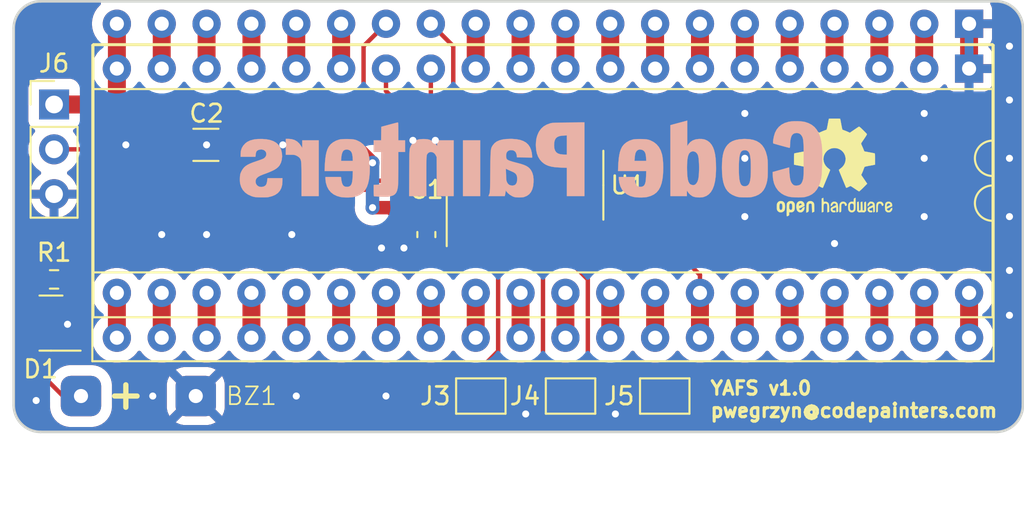
<source format=kicad_pcb>
(kicad_pcb (version 20221018) (generator pcbnew)
  (layers (0 "F.Cu" signal) (31 "B.Cu" signal) (34 "B.Paste" user) (35 "F.Paste" user) (36 "B.SilkS" user "B.Silkscreen") (37 "F.SilkS" user "F.Silkscreen") (38 "B.Mask" user) (39 "F.Mask" user) (44 "Edge.Cuts" user))
  (net 0 "")
  (net 1 "GND")
  (net 2 "VCC")
  (net 3 "/P2")
  (net 4 "/P3")
  (net 5 "/P4")
  (net 6 "/P5")
  (net 7 "/P6")
  (net 8 "/P7")
  (net 9 "/P8")
  (net 10 "/P9")
  (net 11 "/P10")
  (net 12 "/P11")
  (net 13 "/P12")
  (net 14 "/P15")
  (net 15 "/P16")
  (net 16 "/P17")
  (net 17 "/P18")
  (net 18 "/P19")
  (net 19 "/P21")
  (net 20 "/P22")
  (net 21 "/P23")
  (net 22 "/P24")
  (net 23 "/P25")
  (net 24 "/P26")
  (net 25 "/P27")
  (net 26 "/P28")
  (net 27 "/P29")
  (net 28 "/P30")
  (net 29 "/P31")
  (net 30 "/P32")
  (net 31 "/P33")
  (net 32 "/~{RES}")
  (net 33 "/P35")
  (net 34 "/P36")
  (net 35 "/P37")
  (net 36 "/P38")
  (net 37 "/P39")
  (net 38 "/P40")
  (net 39 "/BZR")
  (net 40 "/CFG1")
  (net 41 "/CFG2")
  (net 42 "/CFG3")
  (net 43 "/UPDI")
  (net 45 "Net-(BZ1--)")
  (net 46 "/SEL0_OUT")
  (net 47 "/SEL1_OUT")
  (net 48 "/SEL0_IN")
  (net 49 "/SEL1_IN")
  (footprint "Package_DIP:DIP-40_W15.24mm" (layer "F.Cu") (at 120.904 97.79 -90)
    (fp_text reference "J1" hide)
    (fp_text value "Pins")
    (pad "1" thru_hole rect (at 0 0 270) (size 1.6 1.6) (drill 0.8) (layers "*.Cu" "*.Mask") (net 1 "GND"))
    (pad "2" thru_hole oval (at 0 2.54 270) (size 1.6 1.6) (drill 0.8) (layers "*.Cu" "*.Mask") (net 3 "/P2"))
    (pad "3" thru_hole oval (at 0 5.08 270) (size 1.6 1.6) (drill 0.8) (layers "*.Cu" "*.Mask") (net 4 "/P3"))
    (pad "4" thru_hole oval (at 0 7.62 270) (size 1.6 1.6) (drill 0.8) (layers "*.Cu" "*.Mask") (net 5 "/P4"))
    (pad "5" thru_hole oval (at 0 10.16 270) (size 1.6 1.6) (drill 0.8) (layers "*.Cu" "*.Mask") (net 6 "/P5"))
    (pad "6" thru_hole oval (at 0 12.7 270) (size 1.6 1.6) (drill 0.8) (layers "*.Cu" "*.Mask") (net 7 "/P6"))
    (pad "7" thru_hole oval (at 0 15.24 270) (size 1.6 1.6) (drill 0.8) (layers "*.Cu" "*.Mask") (net 8 "/P7"))
    (pad "8" thru_hole oval (at 0 17.78 270) (size 1.6 1.6) (drill 0.8) (layers "*.Cu" "*.Mask") (net 9 "/P8"))
    (pad "9" thru_hole oval (at 0 20.32 270) (size 1.6 1.6) (drill 0.8) (layers "*.Cu" "*.Mask") (net 10 "/P9"))
    (pad "10" thru_hole oval (at 0 22.86 270) (size 1.6 1.6) (drill 0.8) (layers "*.Cu" "*.Mask") (net 11 "/P10"))
    (pad "11" thru_hole oval (at 0 25.4 270) (size 1.6 1.6) (drill 0.8) (layers "*.Cu" "*.Mask") (net 12 "/P11"))
    (pad "12" thru_hole oval (at 0 27.94 270) (size 1.6 1.6) (drill 0.8) (layers "*.Cu" "*.Mask") (net 13 "/P12"))
    (pad "13" thru_hole oval (at 0 30.48 270) (size 1.6 1.6) (drill 0.8) (layers "*.Cu" "*.Mask") (net 46 "/SEL0_OUT"))
    (pad "14" thru_hole oval (at 0 33.02 270) (size 1.6 1.6) (drill 0.8) (layers "*.Cu" "*.Mask") (net 47 "/SEL1_OUT"))
    (pad "15" thru_hole oval (at 0 35.56 270) (size 1.6 1.6) (drill 0.8) (layers "*.Cu" "*.Mask") (net 14 "/P15"))
    (pad "16" thru_hole oval (at 0 38.1 270) (size 1.6 1.6) (drill 0.8) (layers "*.Cu" "*.Mask") (net 15 "/P16"))
    (pad "17" thru_hole oval (at 0 40.64 270) (size 1.6 1.6) (drill 0.8) (layers "*.Cu" "*.Mask") (net 16 "/P17"))
    (pad "18" thru_hole oval (at 0 43.18 270) (size 1.6 1.6) (drill 0.8) (layers "*.Cu" "*.Mask") (net 17 "/P18"))
    (pad "19" thru_hole oval (at 0 45.72 270) (size 1.6 1.6) (drill 0.8) (layers "*.Cu" "*.Mask") (net 18 "/P19"))
    (pad "20" thru_hole oval (at 0 48.26 270) (size 1.6 1.6) (drill 0.8) (layers "*.Cu" "*.Mask") (net 2 "VCC"))
    (pad "21" thru_hole oval (at 15.24 48.26 270) (size 1.6 1.6) (drill 0.8) (layers "*.Cu" "*.Mask") (net 19 "/P21"))
    (pad "22" thru_hole oval (at 15.24 45.72 270) (size 1.6 1.6) (drill 0.8) (layers "*.Cu" "*.Mask") (net 20 "/P22"))
    (pad "23" thru_hole oval (at 15.24 43.18 270) (size 1.6 1.6) (drill 0.8) (layers "*.Cu" "*.Mask") (net 21 "/P23"))
    (pad "24" thru_hole oval (at 15.24 40.64 270) (size 1.6 1.6) (drill 0.8) (layers "*.Cu" "*.Mask") (net 22 "/P24"))
    (pad "25" thru_hole oval (at 15.24 38.1 270) (size 1.6 1.6) (drill 0.8) (layers "*.Cu" "*.Mask") (net 23 "/P25"))
    (pad "26" thru_hole oval (at 15.24 35.56 270) (size 1.6 1.6) (drill 0.8) (layers "*.Cu" "*.Mask") (net 24 "/P26"))
    (pad "27" thru_hole oval (at 15.24 33.02 270) (size 1.6 1.6) (drill 0.8) (layers "*.Cu" "*.Mask") (net 25 "/P27"))
    (pad "28" thru_hole oval (at 15.24 30.48 270) (size 1.6 1.6) (drill 0.8) (layers "*.Cu" "*.Mask") (net 26 "/P28"))
    (pad "29" thru_hole oval (at 15.24 27.94 270) (size 1.6 1.6) (drill 0.8) (layers "*.Cu" "*.Mask") (net 27 "/P29"))
    (pad "30" thru_hole oval (at 15.24 25.4 270) (size 1.6 1.6) (drill 0.8) (layers "*.Cu" "*.Mask") (net 28 "/P30"))
    (pad "31" thru_hole oval (at 15.24 22.86 270) (size 1.6 1.6) (drill 0.8) (layers "*.Cu" "*.Mask") (net 29 "/P31"))
    (pad "32" thru_hole oval (at 15.24 20.32 270) (size 1.6 1.6) (drill 0.8) (layers "*.Cu" "*.Mask") (net 30 "/P32"))
    (pad "33" thru_hole oval (at 15.24 17.78 270) (size 1.6 1.6) (drill 0.8) (layers "*.Cu" "*.Mask") (net 31 "/P33"))
    (pad "34" thru_hole oval (at 15.24 15.24 270) (size 1.6 1.6) (drill 0.8) (layers "*.Cu" "*.Mask") (net 32 "/~{RES}"))
    (pad "35" thru_hole oval (at 15.24 12.7 270) (size 1.6 1.6) (drill 0.8) (layers "*.Cu" "*.Mask") (net 33 "/P35"))
    (pad "36" thru_hole oval (at 15.24 10.16 270) (size 1.6 1.6) (drill 0.8) (layers "*.Cu" "*.Mask") (net 34 "/P36"))
    (pad "37" thru_hole oval (at 15.24 7.62 270) (size 1.6 1.6) (drill 0.8) (layers "*.Cu" "*.Mask") (net 35 "/P37"))
    (pad "38" thru_hole oval (at 15.24 5.08 270) (size 1.6 1.6) (drill 0.8) (layers "*.Cu" "*.Mask") (net 36 "/P38"))
    (pad "39" thru_hole oval (at 15.24 2.54 270) (size 1.6 1.6) (drill 0.8) (layers "*.Cu" "*.Mask") (net 37 "/P39"))
    (pad "40" thru_hole oval (at 15.24 0 270) (size 1.6 1.6) (drill 0.8) (layers "*.Cu" "*.Mask") (net 38 "/P40"))
  )
  (footprint "Capacitor_SMD:C_1206_3216Metric_Pad1.33x1.80mm_HandSolder" (layer "F.Cu") (at 77.6855 104.648)
    (fp_text reference "C2" (at 0.0385 -1.778) (layer "F.SilkS"))
    (fp_text value "1uF")
    (pad "1" smd roundrect (at -1.5625 0) (size 1.325 1.8) (layers "F.Cu" "F.Paste" "F.Mask") (roundrect_rratio 0.188679) (net 2 "VCC"))
    (pad "2" smd roundrect (at 1.5625 0) (size 1.325 1.8) (layers "F.Cu" "F.Paste" "F.Mask") (roundrect_rratio 0.188679) (net 1 "GND"))
  )
  (footprint "Symbol:OSHW-Logo2_7.3x6mm_SilkScreen" (layer "F.Cu") (at 113.284 105.918)
    (fp_text reference "REF**" hide)
    (fp_text value "OSHW-Logo2_7.3x6mm_SilkScreen" hide)
  )
  (footprint "Jumper:SolderJumper-2_P1.3mm_Open_TrianglePad1.0x1.5mm" (layer "F.Cu") (at 103.669 118.872)
    (fp_text reference "J5" (at -2.577 0 180) (layer "F.SilkS"))
    (fp_text value "CFG3")
    (pad "1" smd custom (at -0.725 0) (size 0.3 0.3) (layers "F.Cu" "F.Mask") (net 42 "/CFG3") (options (clearance outline) (anchor rect)) (primitives (gr_poly (pts (xy 1 0) (xy 0.5 0.75) (xy -0.5 0.75) (xy -0.5 -0.75) (xy 0.5 -0.75)) (width 0) (fill yes))))
    (pad "2" smd custom (at 0.725 0) (size 0.3 0.3) (layers "F.Cu" "F.Mask") (net 1 "GND") (options (clearance outline) (anchor rect)) (primitives (gr_poly (pts (xy 0.5 0.75) (xy -0.65 0.75) (xy -0.15 0) (xy -0.65 -0.75) (xy 0.5 -0.75)) (width 0) (fill yes))))
  )
  (footprint "amiboot:buzzer" (layer "F.Cu") (at 70.612 118.872)
    (fp_text reference "BZ1" (at 9.652 0 unlocked) (layer "F.SilkS") (effects (font (thickness 0.1))))
    (fp_text value "Buzzer")
    (pad "1" thru_hole roundrect (at 0 0) (size 2.286 2.286) (drill 0.8) (layers "*.Cu" "*.Mask") (net 45 "Net-(BZ1--)"))
    (pad "2" thru_hole roundrect (at 6.5 0) (size 2.286 2.286) (drill 0.8) (layers "*.Cu" "*.Mask") (net 1 "GND"))
  )
  (footprint "Connector_PinHeader_2.54mm:PinHeader_1x03_P2.54mm_Vertical" (layer "F.Cu") (at 69.088 102.362)
    (fp_text reference "J6" (at 0 -2.33) (layer "F.SilkS"))
    (fp_text value "UPDI")
    (pad "1" thru_hole rect (at 0 0) (size 1.7 1.7) (drill 1) (layers "*.Cu" "*.Mask") (net 2 "VCC"))
    (pad "2" thru_hole oval (at 0 2.54) (size 1.7 1.7) (drill 1) (layers "*.Cu" "*.Mask") (net 43 "/UPDI"))
    (pad "3" thru_hole oval (at 0 5.08) (size 1.7 1.7) (drill 1) (layers "*.Cu" "*.Mask") (net 1 "GND"))
  )
  (footprint "Resistor_SMD:R_0603_1608Metric" (layer "F.Cu") (at 69.088 112.268 180)
    (fp_text reference "R1" (at 0 1.524) (layer "F.SilkS"))
    (fp_text value "120R")
    (pad "1" smd roundrect (at -0.825 0 180) (size 0.8 0.95) (layers "F.Cu" "F.Paste" "F.Mask") (net 39 "/BZR"))
    (pad "2" smd roundrect (at 0.825 0 180) (size 0.8 0.95) (layers "F.Cu" "F.Paste" "F.Mask") (net 45 "Net-(BZ1--)"))
  )
  (footprint "Package_DIP:DIP-40_W15.24mm_Socket" (layer "F.Cu") (at 120.904 100.33 -90)
    (fp_text reference "J2" hide)
    (fp_text value "Socket")
    (pad "1" thru_hole rect (at 0 0 270) (size 1.6 1.6) (drill 0.8) (layers "*.Cu" "*.Mask") (net 1 "GND"))
    (pad "2" thru_hole oval (at 0 2.54 270) (size 1.6 1.6) (drill 0.8) (layers "*.Cu" "*.Mask") (net 3 "/P2"))
    (pad "3" thru_hole oval (at 0 5.08 270) (size 1.6 1.6) (drill 0.8) (layers "*.Cu" "*.Mask") (net 4 "/P3"))
    (pad "4" thru_hole oval (at 0 7.62 270) (size 1.6 1.6) (drill 0.8) (layers "*.Cu" "*.Mask") (net 5 "/P4"))
    (pad "5" thru_hole oval (at 0 10.16 270) (size 1.6 1.6) (drill 0.8) (layers "*.Cu" "*.Mask") (net 6 "/P5"))
    (pad "6" thru_hole oval (at 0 12.7 270) (size 1.6 1.6) (drill 0.8) (layers "*.Cu" "*.Mask") (net 7 "/P6"))
    (pad "7" thru_hole oval (at 0 15.24 270) (size 1.6 1.6) (drill 0.8) (layers "*.Cu" "*.Mask") (net 8 "/P7"))
    (pad "8" thru_hole oval (at 0 17.78 270) (size 1.6 1.6) (drill 0.8) (layers "*.Cu" "*.Mask") (net 9 "/P8"))
    (pad "9" thru_hole oval (at 0 20.32 270) (size 1.6 1.6) (drill 0.8) (layers "*.Cu" "*.Mask") (net 10 "/P9"))
    (pad "10" thru_hole oval (at 0 22.86 270) (size 1.6 1.6) (drill 0.8) (layers "*.Cu" "*.Mask") (net 11 "/P10"))
    (pad "11" thru_hole oval (at 0 25.4 270) (size 1.6 1.6) (drill 0.8) (layers "*.Cu" "*.Mask") (net 12 "/P11"))
    (pad "12" thru_hole oval (at 0 27.94 270) (size 1.6 1.6) (drill 0.8) (layers "*.Cu" "*.Mask") (net 13 "/P12"))
    (pad "13" thru_hole oval (at 0 30.48 270) (size 1.6 1.6) (drill 0.8) (layers "*.Cu" "*.Mask") (net 48 "/SEL0_IN"))
    (pad "14" thru_hole oval (at 0 33.02 270) (size 1.6 1.6) (drill 0.8) (layers "*.Cu" "*.Mask") (net 49 "/SEL1_IN"))
    (pad "15" thru_hole oval (at 0 35.56 270) (size 1.6 1.6) (drill 0.8) (layers "*.Cu" "*.Mask") (net 14 "/P15"))
    (pad "16" thru_hole oval (at 0 38.1 270) (size 1.6 1.6) (drill 0.8) (layers "*.Cu" "*.Mask") (net 15 "/P16"))
    (pad "17" thru_hole oval (at 0 40.64 270) (size 1.6 1.6) (drill 0.8) (layers "*.Cu" "*.Mask") (net 16 "/P17"))
    (pad "18" thru_hole oval (at 0 43.18 270) (size 1.6 1.6) (drill 0.8) (layers "*.Cu" "*.Mask") (net 17 "/P18"))
    (pad "19" thru_hole oval (at 0 45.72 270) (size 1.6 1.6) (drill 0.8) (layers "*.Cu" "*.Mask") (net 18 "/P19"))
    (pad "20" thru_hole oval (at 0 48.26 270) (size 1.6 1.6) (drill 0.8) (layers "*.Cu" "*.Mask") (net 2 "VCC"))
    (pad "21" thru_hole oval (at 15.24 48.26 270) (size 1.6 1.6) (drill 0.8) (layers "*.Cu" "*.Mask") (net 19 "/P21"))
    (pad "22" thru_hole oval (at 15.24 45.72 270) (size 1.6 1.6) (drill 0.8) (layers "*.Cu" "*.Mask") (net 20 "/P22"))
    (pad "23" thru_hole oval (at 15.24 43.18 270) (size 1.6 1.6) (drill 0.8) (layers "*.Cu" "*.Mask") (net 21 "/P23"))
    (pad "24" thru_hole oval (at 15.24 40.64 270) (size 1.6 1.6) (drill 0.8) (layers "*.Cu" "*.Mask") (net 22 "/P24"))
    (pad "25" thru_hole oval (at 15.24 38.1 270) (size 1.6 1.6) (drill 0.8) (layers "*.Cu" "*.Mask") (net 23 "/P25"))
    (pad "26" thru_hole oval (at 15.24 35.56 270) (size 1.6 1.6) (drill 0.8) (layers "*.Cu" "*.Mask") (net 24 "/P26"))
    (pad "27" thru_hole oval (at 15.24 33.02 270) (size 1.6 1.6) (drill 0.8) (layers "*.Cu" "*.Mask") (net 25 "/P27"))
    (pad "28" thru_hole oval (at 15.24 30.48 270) (size 1.6 1.6) (drill 0.8) (layers "*.Cu" "*.Mask") (net 26 "/P28"))
    (pad "29" thru_hole oval (at 15.24 27.94 270) (size 1.6 1.6) (drill 0.8) (layers "*.Cu" "*.Mask") (net 27 "/P29"))
    (pad "30" thru_hole oval (at 15.24 25.4 270) (size 1.6 1.6) (drill 0.8) (layers "*.Cu" "*.Mask") (net 28 "/P30"))
    (pad "31" thru_hole oval (at 15.24 22.86 270) (size 1.6 1.6) (drill 0.8) (layers "*.Cu" "*.Mask") (net 29 "/P31"))
    (pad "32" thru_hole oval (at 15.24 20.32 270) (size 1.6 1.6) (drill 0.8) (layers "*.Cu" "*.Mask") (net 30 "/P32"))
    (pad "33" thru_hole oval (at 15.24 17.78 270) (size 1.6 1.6) (drill 0.8) (layers "*.Cu" "*.Mask") (net 31 "/P33"))
    (pad "34" thru_hole oval (at 15.24 15.24 270) (size 1.6 1.6) (drill 0.8) (layers "*.Cu" "*.Mask") (net 32 "/~{RES}"))
    (pad "35" thru_hole oval (at 15.24 12.7 270) (size 1.6 1.6) (drill 0.8) (layers "*.Cu" "*.Mask") (net 33 "/P35"))
    (pad "36" thru_hole oval (at 15.24 10.16 270) (size 1.6 1.6) (drill 0.8) (layers "*.Cu" "*.Mask") (net 34 "/P36"))
    (pad "37" thru_hole oval (at 15.24 7.62 270) (size 1.6 1.6) (drill 0.8) (layers "*.Cu" "*.Mask") (net 35 "/P37"))
    (pad "38" thru_hole oval (at 15.24 5.08 270) (size 1.6 1.6) (drill 0.8) (layers "*.Cu" "*.Mask") (net 36 "/P38"))
    (pad "39" thru_hole oval (at 15.24 2.54 270) (size 1.6 1.6) (drill 0.8) (layers "*.Cu" "*.Mask") (net 37 "/P39"))
    (pad "40" thru_hole oval (at 15.24 0 270) (size 1.6 1.6) (drill 0.8) (layers "*.Cu" "*.Mask") (net 38 "/P40"))
  )
  (footprint "Package_TO_SOT_SMD:SOT-23" (layer "F.Cu") (at 68.9125 114.742 180)
    (fp_text reference "D1" (at 0.5865 -2.606) (layer "F.SilkS"))
    (fp_text value "BAT54C")
    (pad "1" smd roundrect (at -0.9375 -0.95 180) (size 1.475 0.6) (layers "F.Cu" "F.Paste" "F.Mask") (net 1 "GND"))
    (pad "2" smd roundrect (at -0.9375 0.95 180) (size 1.475 0.6) (layers "F.Cu" "F.Paste" "F.Mask") (net 1 "GND"))
    (pad "3" smd roundrect (at 0.9375 0 180) (size 1.475 0.6) (layers "F.Cu" "F.Paste" "F.Mask") (net 45 "Net-(BZ1--)"))
  )
  (footprint "Package_SO:SOIC-14_3.9x8.7mm_P1.27mm" (layer "F.Cu") (at 95.758 106.934 90)
    (fp_text reference "U1" (at 0 5.842 180) (layer "F.SilkS"))
    (fp_text value "ATtiny404-SS")
    (pad "1" smd roundrect (at -2.475 -3.81 90) (size 1.95 0.6) (layers "F.Cu" "F.Paste" "F.Mask") (net 2 "VCC"))
    (pad "2" smd roundrect (at -2.475 -2.54 90) (size 1.95 0.6) (layers "F.Cu" "F.Paste" "F.Mask"))
    (pad "3" smd roundrect (at -2.475 -1.27 90) (size 1.95 0.6) (layers "F.Cu" "F.Paste" "F.Mask") (net 40 "/CFG1"))
    (pad "4" smd roundrect (at -2.475 0 90) (size 1.95 0.6) (layers "F.Cu" "F.Paste" "F.Mask") (net 41 "/CFG2"))
    (pad "5" smd roundrect (at -2.475 1.27 90) (size 1.95 0.6) (layers "F.Cu" "F.Paste" "F.Mask") (net 42 "/CFG3"))
    (pad "6" smd roundrect (at -2.475 2.54 90) (size 1.95 0.6) (layers "F.Cu" "F.Paste" "F.Mask") (net 32 "/~{RES}"))
    (pad "7" smd roundrect (at -2.475 3.81 90) (size 1.95 0.6) (layers "F.Cu" "F.Paste" "F.Mask") (net 46 "/SEL0_OUT"))
    (pad "8" smd roundrect (at 2.475 3.81 90) (size 1.95 0.6) (layers "F.Cu" "F.Paste" "F.Mask") (net 39 "/BZR"))
    (pad "9" smd roundrect (at 2.475 2.54 90) (size 1.95 0.6) (layers "F.Cu" "F.Paste" "F.Mask") (net 48 "/SEL0_IN"))
    (pad "10" smd roundrect (at 2.475 1.27 90) (size 1.95 0.6) (layers "F.Cu" "F.Paste" "F.Mask") (net 43 "/UPDI"))
    (pad "11" smd roundrect (at 2.475 0 90) (size 1.95 0.6) (layers "F.Cu" "F.Paste" "F.Mask") (net 49 "/SEL1_IN"))
    (pad "12" smd roundrect (at 2.475 -1.27 90) (size 1.95 0.6) (layers "F.Cu" "F.Paste" "F.Mask") (net 47 "/SEL1_OUT"))
    (pad "13" smd roundrect (at 2.475 -2.54 90) (size 1.95 0.6) (layers "F.Cu" "F.Paste" "F.Mask"))
    (pad "14" smd roundrect (at 2.475 -3.81 90) (size 1.95 0.6) (layers "F.Cu" "F.Paste" "F.Mask") (net 1 "GND"))
  )
  (footprint "Jumper:SolderJumper-2_P1.3mm_Open_TrianglePad1.0x1.5mm" (layer "F.Cu") (at 98.335 118.872)
    (fp_text reference "J4" (at -2.577 0 180) (layer "F.SilkS"))
    (fp_text value "CFG2")
    (pad "1" smd custom (at -0.725 0) (size 0.3 0.3) (layers "F.Cu" "F.Mask") (net 41 "/CFG2") (options (clearance outline) (anchor rect)) (primitives (gr_poly (pts (xy 1 0) (xy 0.5 0.75) (xy -0.5 0.75) (xy -0.5 -0.75) (xy 0.5 -0.75)) (width 0) (fill yes))))
    (pad "2" smd custom (at 0.725 0) (size 0.3 0.3) (layers "F.Cu" "F.Mask") (net 1 "GND") (options (clearance outline) (anchor rect)) (primitives (gr_poly (pts (xy 0.5 0.75) (xy -0.65 0.75) (xy -0.15 0) (xy -0.65 -0.75) (xy 0.5 -0.75)) (width 0) (fill yes))))
  )
  (footprint "Jumper:SolderJumper-2_P1.3mm_Open_TrianglePad1.0x1.5mm" (layer "F.Cu") (at 93.255 118.872)
    (fp_text reference "J3" (at -2.577 0 180) (layer "F.SilkS"))
    (fp_text value "CFG1")
    (pad "1" smd custom (at -0.725 0) (size 0.3 0.3) (layers "F.Cu" "F.Mask") (net 40 "/CFG1") (options (clearance outline) (anchor rect)) (primitives (gr_poly (pts (xy 1 0) (xy 0.5 0.75) (xy -0.5 0.75) (xy -0.5 -0.75) (xy 0.5 -0.75)) (width 0) (fill yes))))
    (pad "2" smd custom (at 0.725 0) (size 0.3 0.3) (layers "F.Cu" "F.Mask") (net 1 "GND") (options (clearance outline) (anchor rect)) (primitives (gr_poly (pts (xy 0.5 0.75) (xy -0.65 0.75) (xy -0.15 0) (xy -0.65 -0.75) (xy 0.5 -0.75)) (width 0) (fill yes))))
  )
  (footprint "Capacitor_SMD:C_0603_1608Metric_Pad1.08x0.95mm_HandSolder" (layer "F.Cu") (at 90.17 109.728 -90)
    (fp_text reference "C1" (at -2.54 0 -180) (layer "F.SilkS"))
    (fp_text value "100nF")
    (pad "1" smd roundrect (at -0.8625 0 270) (size 1.075 0.95) (layers "F.Cu" "F.Paste" "F.Mask") (net 2 "VCC"))
    (pad "2" smd roundrect (at 0.8625 0 270) (size 1.075 0.95) (layers "F.Cu" "F.Paste" "F.Mask") (net 1 "GND"))
  )
  (footprint "amiboot:logo" (layer "B.Cu") (at 95.758 106.934 180)
    (fp_text reference "REF**" hide)
    (fp_text value "logo" hide)
  )
  (gr_arc (start 122.428 96.52) (mid 123.50563 96.966369) (end 123.952 98.044) (stroke (width 0.15)) (layer "Edge.Cuts"))
  (gr_arc (start 123.952 119.38) (mid 123.505631 120.45763) (end 122.428 120.904) (stroke (width 0.15)) (layer "Edge.Cuts"))
  (gr_line (start 122.428 120.904) (end 68.326 120.904) (stroke (width 0.15)) (layer "Edge.Cuts"))
  (gr_arc (start 66.802 98.044) (mid 67.248369 96.96637) (end 68.326 96.52) (stroke (width 0.15)) (layer "Edge.Cuts"))
  (gr_arc (start 68.326 120.904) (mid 67.24837 120.457631) (end 66.802 119.38) (stroke (width 0.15)) (layer "Edge.Cuts"))
  (gr_line (start 123.952 98.044) (end 123.952 119.38) (stroke (width 0.15)) (layer "Edge.Cuts"))
  (gr_line (start 68.326 96.52) (end 122.428 96.52) (stroke (width 0.15)) (layer "Edge.Cuts"))
  (gr_line (start 66.802 119.38) (end 66.802 98.044) (stroke (width 0.15)) (layer "Edge.Cuts"))
  (gr_text "YAFS v1.0" (at 106.172 118.872) (layer "F.SilkS") (effects (font (size 0.762 0.762) (thickness 0.1778) bold) (justify left bottom)))
  (gr_text "pwegrzyn@codepainters.com" (at 106.172 120.142) (layer "F.SilkS") (effects (font (size 0.762 0.762) (thickness 0.1778) bold) (justify left bottom)))
  (segment (start 90.17 110.5905) (end 89.0005 110.5905) (width 0.25) (layer "F.Cu") (net 1))
  (segment (start 87.63 110.49) (end 88.9 110.49) (width 0.25) (layer "F.Cu") (net 1))
  (segment (start 91.883 104.394) (end 91.948 104.459) (width 0.25) (layer "F.Cu") (net 1))
  (segment (start 89.0005 110.5905) (end 88.9 110.49) (width 0.25) (layer "F.Cu") (net 1))
  (segment (start 120.904 97.79) (end 120.904 100.33) (width 1.016) (layer "F.Cu") (net 1))
  (segment (start 90.678 104.394) (end 91.883 104.394) (width 0.25) (layer "F.Cu") (net 1))
  (via (at 69.85 114.808) (size 0.8) (drill 0.4) (layers "F.Cu" "B.Cu") (net 1))
  (via (at 118.364 105.41) (size 0.8) (drill 0.4) (layers "F.Cu" "B.Cu") (net 1))
  (via (at 118.364 102.87) (size 0.8) (drill 0.4) (layers "F.Cu" "B.Cu") (net 1))
  (via (at 123.19 108.712) (size 0.8) (drill 0.4) (layers "F.Cu" "B.Cu") (net 1))
  (via (at 95.795 119.888) (size 0.8) (drill 0.4) (layers "F.Cu" "B.Cu") (net 1))
  (via (at 123.19 114.3) (size 0.8) (drill 0.4) (layers "F.Cu" "B.Cu") (net 1))
  (via (at 77.724 104.648) (size 0.8) (drill 0.4) (layers "F.Cu" "B.Cu") (net 1))
  (via (at 74.676 118.872) (size 0.8) (drill 0.4) (layers "F.Cu" "B.Cu") (net 1))
  (via (at 108.204 102.87) (size 0.8) (drill 0.4) (layers "F.Cu" "B.Cu") (net 1))
  (via (at 87.884 118.872) (size 0.8) (drill 0.4) (layers "F.Cu" "B.Cu") (net 1))
  (via (at 82.042 104.648) (size 0.8) (drill 0.4) (layers "F.Cu" "B.Cu") (net 1))
  (via (at 75.184 109.728) (size 0.8) (drill 0.4) (layers "F.Cu" "B.Cu") (net 1))
  (via (at 82.55 109.728) (size 0.8) (drill 0.4) (layers "F.Cu" "B.Cu") (net 1))
  (via (at 88.9 110.49) (size 0.8) (drill 0.4) (layers "F.Cu" "B.Cu") (net 1))
  (via (at 123.19 102.108) (size 0.8) (drill 0.4) (layers "F.Cu" "B.Cu") (net 1))
  (via (at 89.408 104.394) (size 0.8) (drill 0.4) (layers "F.Cu" "B.Cu") (net 1))
  (via (at 87.63 110.49) (size 0.8) (drill 0.4) (layers "F.Cu" "B.Cu") (net 1))
  (via (at 108.204 105.41) (size 0.8) (drill 0.4) (layers "F.Cu" "B.Cu") (net 1))
  (via (at 90.678 104.394) (size 0.8) (drill 0.4) (layers "F.Cu" "B.Cu") (net 1))
  (via (at 123.19 105.41) (size 0.8) (drill 0.4) (layers "F.Cu" "B.Cu") (net 1))
  (via (at 73.152 104.648) (size 0.8) (drill 0.4) (layers "F.Cu" "B.Cu") (net 1))
  (via (at 113.284 110.236) (size 0.8) (drill 0.4) (layers "F.Cu" "B.Cu") (net 1))
  (via (at 77.724 109.728) (size 0.8) (drill 0.4) (layers "F.Cu" "B.Cu") (net 1))
  (via (at 123.19 111.76) (size 0.8) (drill 0.4) (layers "F.Cu" "B.Cu") (net 1))
  (via (at 123.19 99.06) (size 0.8) (drill 0.4) (layers "F.Cu" "B.Cu") (net 1))
  (via (at 100.875 119.888) (size 0.8) (drill 0.4) (layers "F.Cu" "B.Cu") (net 1))
  (via (at 82.804 118.872) (size 0.8) (drill 0.4) (layers "F.Cu" "B.Cu") (net 1))
  (via (at 118.364 108.712) (size 0.8) (drill 0.4) (layers "F.Cu" "B.Cu") (net 1))
  (via (at 108.204 108.712) (size 0.8) (drill 0.4) (layers "F.Cu" "B.Cu") (net 1))
  (via (at 68.072 119.126) (size 0.8) (drill 0.4) (layers "F.Cu" "B.Cu") (net 1))
  (segment (start 90.17 108.8655) (end 90.2705 108.966) (width 0.25) (layer "F.Cu") (net 2))
  (segment (start 72.644 102.362) (end 69.088 102.362) (width 1.016) (layer "F.Cu") (net 2))
  (segment (start 88.7995 108.8655) (end 90.17 108.8655) (width 0.762) (layer "F.Cu") (net 2))
  (segment (start 83.82 102.362) (end 76.2 102.362) (width 0.762) (layer "F.Cu") (net 2))
  (segment (start 72.644 97.79) (end 72.644 100.33) (width 1.016) (layer "F.Cu") (net 2))
  (segment (start 87.122 105.664) (end 83.82 102.362) (width 0.762) (layer "F.Cu") (net 2))
  (segment (start 76.2 102.362) (end 72.644 102.362) (width 0.762) (layer "F.Cu") (net 2))
  (segment (start 76.2 104.571) (end 76.123 104.648) (width 0.762) (layer "F.Cu") (net 2))
  (segment (start 87.122 108.204) (end 88.138 108.204) (width 0.762) (layer "F.Cu") (net 2))
  (segment (start 88.138 108.204) (end 88.7995 108.8655) (width 0.762) (layer "F.Cu") (net 2))
  (segment (start 91.505 108.966) (end 91.948 109.409) (width 0.25) (layer "F.Cu") (net 2))
  (segment (start 76.2 102.362) (end 76.2 104.571) (width 0.762) (layer "F.Cu") (net 2))
  (segment (start 90.2705 108.966) (end 91.505 108.966) (width 0.25) (layer "F.Cu") (net 2))
  (segment (start 72.644 100.33) (end 72.644 102.362) (width 1.016) (layer "F.Cu") (net 2))
  (via (at 87.122 105.664) (size 0.8) (drill 0.4) (layers "F.Cu" "B.Cu") (net 2))
  (via (at 87.122 108.204) (size 0.8) (drill 0.4) (layers "F.Cu" "B.Cu") (net 2))
  (segment (start 87.122 105.664) (end 87.122 108.204) (width 0.762) (layer "B.Cu") (net 2))
  (segment (start 118.364 97.79) (end 118.364 100.33) (width 1.016) (layer "F.Cu") (net 3))
  (segment (start 115.824 97.79) (end 115.824 100.33) (width 1.016) (layer "F.Cu") (net 4))
  (segment (start 113.284 97.79) (end 113.284 100.33) (width 1.016) (layer "F.Cu") (net 5))
  (segment (start 110.744 97.79) (end 110.744 100.33) (width 1.016) (layer "F.Cu") (net 6))
  (segment (start 108.204 97.79) (end 108.204 100.33) (width 1.016) (layer "F.Cu") (net 7))
  (segment (start 105.664 97.79) (end 105.664 100.33) (width 1.016) (layer "F.Cu") (net 8))
  (segment (start 103.124 97.79) (end 103.124 100.33) (width 1.016) (layer "F.Cu") (net 9))
  (segment (start 100.584 97.79) (end 100.584 100.33) (width 1.016) (layer "F.Cu") (net 10))
  (segment (start 98.044 97.79) (end 98.044 100.33) (width 1.016) (layer "F.Cu") (net 11))
  (segment (start 95.504 97.79) (end 95.504 100.33) (width 1.016) (layer "F.Cu") (net 12))
  (segment (start 92.964 97.79) (end 92.964 100.33) (width 1.016) (layer "F.Cu") (net 13))
  (segment (start 85.344 97.79) (end 85.344 100.33) (width 1.016) (layer "F.Cu") (net 14))
  (segment (start 82.804 97.79) (end 82.804 100.33) (width 1.016) (layer "F.Cu") (net 15))
  (segment (start 80.264 97.79) (end 80.264 100.33) (width 1.016) (layer "F.Cu") (net 16))
  (segment (start 77.724 97.79) (end 77.724 100.33) (width 1.016) (layer "F.Cu") (net 17))
  (segment (start 75.184 97.79) (end 75.184 100.33) (width 1.016) (layer "F.Cu") (net 18))
  (segment (start 72.644 113.03) (end 72.644 115.57) (width 1.016) (layer "F.Cu") (net 19))
  (segment (start 75.184 113.03) (end 75.184 115.57) (width 1.016) (layer "F.Cu") (net 20))
  (segment (start 77.724 113.03) (end 77.724 115.57) (width 1.016) (layer "F.Cu") (net 21))
  (segment (start 80.264 113.03) (end 80.264 115.57) (width 1.016) (layer "F.Cu") (net 22))
  (segment (start 82.804 113.03) (end 82.804 115.57) (width 1.016) (layer "F.Cu") (net 23))
  (segment (start 85.344 113.03) (end 85.344 115.57) (width 1.016) (layer "F.Cu") (net 24))
  (segment (start 87.884 113.03) (end 87.884 115.57) (width 1.016) (layer "F.Cu") (net 25))
  (segment (start 90.424 113.03) (end 90.424 115.57) (width 1.016) (layer "F.Cu") (net 26))
  (segment (start 92.964 113.03) (end 92.964 115.57) (width 1.016) (layer "F.Cu") (net 27))
  (segment (start 95.504 113.03) (end 95.504 115.57) (width 1.016) (layer "F.Cu") (net 28))
  (segment (start 98.044 113.03) (end 98.044 115.57) (width 1.016) (layer "F.Cu") (net 29))
  (segment (start 100.584 113.03) (end 100.584 115.57) (width 1.016) (layer "F.Cu") (net 30))
  (segment (start 103.124 113.03) (end 103.124 115.57) (width 1.016) (layer "F.Cu") (net 31))
  (segment (start 98.298 109.409) (end 98.298 110.49) (width 0.25) (layer "F.Cu") (net 32))
  (segment (start 98.298 110.49) (end 99.06 111.252) (width 0.25) (layer "F.Cu") (net 32))
  (segment (start 99.06 111.252) (end 104.902 111.252) (width 0.25) (layer "F.Cu") (net 32))
  (segment (start 104.902 111.252) (end 105.664 112.014) (width 0.25) (layer "F.Cu") (net 32))
  (segment (start 105.664 112.014) (end 105.664 113.03) (width 0.25) (layer "F.Cu") (net 32))
  (segment (start 105.664 115.57) (end 105.664 113.03) (width 1.016) (layer "F.Cu") (net 32))
  (segment (start 108.204 113.03) (end 108.204 115.57) (width 1.016) (layer "F.Cu") (net 33))
  (segment (start 110.744 113.03) (end 110.744 115.57) (width 1.016) (layer "F.Cu") (net 34))
  (segment (start 113.284 113.03) (end 113.284 115.57) (width 1.016) (layer "F.Cu") (net 35))
  (segment (start 115.824 113.03) (end 115.824 115.57) (width 1.016) (layer "F.Cu") (net 36))
  (segment (start 118.364 113.03) (end 118.364 115.57) (width 1.016) (layer "F.Cu") (net 37))
  (segment (start 120.904 113.03) (end 120.904 115.57) (width 1.016) (layer "F.Cu") (net 38))
  (segment (start 98.298 107.188) (end 74.993 107.188) (width 0.25) (layer "F.Cu") (net 39))
  (segment (start 99.568 105.918) (end 98.298 107.188) (width 0.25) (layer "F.Cu") (net 39))
  (segment (start 99.568 104.459) (end 99.568 105.918) (width 0.25) (layer "F.Cu") (net 39))
  (segment (start 74.993 107.188) (end 69.913 112.268) (width 0.25) (layer "F.Cu") (net 39))
  (segment (start 94.488 110.998) (end 94.234 111.252) (width 0.25) (layer "F.Cu") (net 40))
  (segment (start 94.234 111.252) (end 94.234 116.332) (width 0.25) (layer "F.Cu") (net 40))
  (segment (start 94.488 109.409) (end 94.488 110.998) (width 0.25) (layer "F.Cu") (net 40))
  (segment (start 92.493 118.835) (end 92.53 118.872) (width 0.25) (layer "F.Cu") (net 40))
  (segment (start 94.234 116.332) (end 92.493 118.073) (width 0.25) (layer "F.Cu") (net 40))
  (segment (start 92.493 118.073) (end 92.493 118.835) (width 0.25) (layer "F.Cu") (net 40))
  (segment (start 95.758 109.409) (end 95.758 110.744) (width 0.25) (layer "F.Cu") (net 41))
  (segment (start 95.758 110.744) (end 96.774 111.76) (width 0.25) (layer "F.Cu") (net 41))
  (segment (start 96.774 111.76) (end 96.774 118.036) (width 0.25) (layer "F.Cu") (net 41))
  (segment (start 96.774 118.036) (end 97.61 118.872) (width 0.25) (layer "F.Cu") (net 41))
  (segment (start 99.314 112.268) (end 99.314 116.586) (width 0.25) (layer "F.Cu") (net 42))
  (segment (start 97.028 110.49) (end 97.79 111.252) (width 0.25) (layer "F.Cu") (net 42))
  (segment (start 101.674 117.602) (end 102.944 118.872) (width 0.25) (layer "F.Cu") (net 42))
  (segment (start 98.298 111.252) (end 99.314 112.268) (width 0.25) (layer "F.Cu") (net 42))
  (segment (start 99.314 116.586) (end 100.33 117.602) (width 0.25) (layer "F.Cu") (net 42))
  (segment (start 97.028 109.409) (end 97.028 110.49) (width 0.25) (layer "F.Cu") (net 42))
  (segment (start 100.33 117.602) (end 101.674 117.602) (width 0.25) (layer "F.Cu") (net 42))
  (segment (start 97.79 111.252) (end 98.298 111.252) (width 0.25) (layer "F.Cu") (net 42))
  (segment (start 72.39 106.68) (end 70.612 104.902) (width 0.25) (layer "F.Cu") (net 43))
  (segment (start 97.028 104.459) (end 97.028 106.172) (width 0.25) (layer "F.Cu") (net 43))
  (segment (start 96.52 106.68) (end 72.39 106.68) (width 0.25) (layer "F.Cu") (net 43))
  (segment (start 97.028 106.172) (end 96.52 106.68) (width 0.25) (layer "F.Cu") (net 43))
  (segment (start 70.612 104.902) (end 69.088 104.902) (width 0.25) (layer "F.Cu") (net 43))
  (segment (start 69.596 118.872) (end 70.612 118.872) (width 0.25) (layer "F.Cu") (net 45))
  (segment (start 67.975 117.251) (end 69.596 118.872) (width 0.25) (layer "F.Cu") (net 45))
  (segment (start 67.975 112.556) (end 67.975 114.742) (width 0.25) (layer "F.Cu") (net 45))
  (segment (start 68.263 112.268) (end 67.975 112.556) (width 0.25) (layer "F.Cu") (net 45))
  (segment (start 67.975 114.742) (end 67.975 117.251) (width 0.25) (layer "F.Cu") (net 45))
  (segment (start 99.568 109.409) (end 99.568 107.95) (width 0.25) (layer "F.Cu") (net 46))
  (segment (start 91.948 101.854) (end 99.822 101.854) (width 0.25) (layer "F.Cu") (net 46))
  (segment (start 99.568 107.95) (end 101.092 106.426) (width 0.25) (layer "F.Cu") (net 46))
  (segment (start 99.822 101.854) (end 101.092 103.124) (width 0.25) (layer "F.Cu") (net 46))
  (segment (start 90.424 97.79) (end 91.694 99.06) (width 0.25) (layer "F.Cu") (net 46))
  (segment (start 91.694 99.06) (end 91.694 101.6) (width 0.25) (layer "F.Cu") (net 46))
  (segment (start 91.694 101.6) (end 91.948 101.854) (width 0.25) (layer "F.Cu") (net 46))
  (segment (start 101.092 106.426) (end 101.092 103.124) (width 0.25) (layer "F.Cu") (net 46))
  (segment (start 94.488 105.664) (end 94.488 104.459) (width 0.25) (layer "F.Cu") (net 47))
  (segment (start 89.662 106.172) (end 93.98 106.172) (width 0.25) (layer "F.Cu") (net 47))
  (segment (start 86.614 99.06) (end 86.614 103.124) (width 0.25) (layer "F.Cu") (net 47))
  (segment (start 87.884 97.79) (end 86.614 99.06) (width 0.25) (layer "F.Cu") (net 47))
  (segment (start 93.98 106.172) (end 94.488 105.664) (width 0.25) (layer "F.Cu") (net 47))
  (segment (start 86.614 103.124) (end 89.662 106.172) (width 0.25) (layer "F.Cu") (net 47))
  (segment (start 90.424 100.33) (end 90.424 101.854) (width 0.25) (layer "F.Cu") (net 48))
  (segment (start 97.79 102.616) (end 98.298 103.124) (width 0.25) (layer "F.Cu") (net 48))
  (segment (start 90.424 101.854) (end 90.932 102.362) (width 0.25) (layer "F.Cu") (net 48))
  (segment (start 95.504 102.362) (end 95.758 102.616) (width 0.25) (layer "F.Cu") (net 48))
  (segment (start 98.298 103.124) (end 98.298 104.459) (width 0.25) (layer "F.Cu") (net 48))
  (segment (start 95.758 102.616) (end 97.79 102.616) (width 0.25) (layer "F.Cu") (net 48))
  (segment (start 90.932 102.362) (end 95.504 102.362) (width 0.25) (layer "F.Cu") (net 48))
  (segment (start 95.758 103.378) (end 95.758 104.459) (width 0.25) (layer "F.Cu") (net 49))
  (segment (start 87.884 100.33) (end 87.884 101.6) (width 0.25) (layer "F.Cu") (net 49))
  (segment (start 95.25 102.87) (end 95.758 103.378) (width 0.25) (layer "F.Cu") (net 49))
  (segment (start 89.154 102.87) (end 95.25 102.87) (width 0.25) (layer "F.Cu") (net 49))
  (segment (start 87.884 101.6) (end 89.154 102.87) (width 0.25) (layer "F.Cu") (net 49))
  (zone (net 1) (net_name "GND") (layers "F&B.Cu") (connect_pads (clearance 0.6096)) (min_thickness 0.25) (fill yes (thermal_gap 0.5) (thermal_bridge_width 0.5))
    (polygon (pts (xy 66.802 96.52) (xy 123.952 96.52) (xy 123.952 120.904) (xy 66.802 120.904)))
  )
)
</source>
